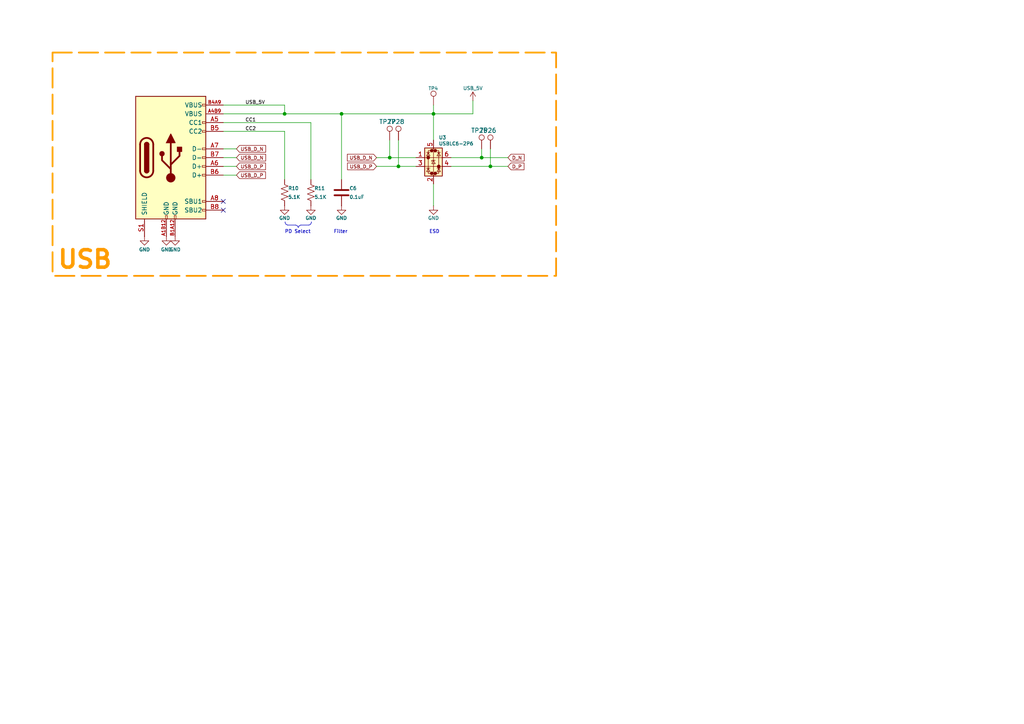
<source format=kicad_sch>
(kicad_sch (version 20250114) (generator "eeschema") (generator_version "9.0")
  (paper "A4")
  (lib_symbols
    (symbol "CRGM Connector:USB_C_USB2.0_16P" (pin_names (offset 1.016))
      (property "Reference" "J" (at 0 22.225 0))
      (property "Value" "USB_C_USB2.0_16P" (at 0 19.685 0))
      (symbol "USB_C_USB2.0_16P_0_0"
        (rectangle (start -1.524 -16.764) (end -1.016 -17.78))
        (rectangle (start 1.016 -16.764) (end 1.524 -17.78))
        (rectangle (start 10.16 15.494) (end 9.144 14.986))
        (rectangle (start 10.16 10.414) (end 9.144 9.906))
        (rectangle (start 10.16 7.874) (end 9.144 7.366))
        (rectangle (start 10.16 2.794) (end 9.144 2.286))
        (rectangle (start 10.16 0.254) (end 9.144 -0.254))
        (rectangle (start 10.16 -2.286) (end 9.144 -2.794))
        (rectangle (start 10.16 -4.826) (end 9.144 -5.334))
        (rectangle (start 10.16 -12.446) (end 9.144 -12.954))
        (rectangle (start 10.16 -14.986) (end 9.144 -15.494))
      )
      (symbol "USB_C_USB2.0_16P_0_1"
        (rectangle (start -10.16 17.78) (end 10.16 -17.78) (stroke (width 0.254)) (fill (type background)))
        (polyline (pts (xy -8.89 -3.81) (xy -8.89 3.81)) (stroke (width 0.508)))
        (rectangle (start -7.62 -3.81) (end -6.35 3.81) (stroke (width 0.254)) (fill (type outline)))
        (arc (start -7.62 3.81) (mid -6.985 4.4423) (end -6.35 3.81) (stroke (width 0.254)))
        (arc (start -7.62 3.81) (mid -6.985 4.4423) (end -6.35 3.81) (stroke (width 0.254)) (fill (type outline)))
        (arc (start -8.89 3.81) (mid -6.985 5.7067) (end -5.08 3.81) (stroke (width 0.508)))
        (arc (start -5.08 -3.81) (mid -6.985 -5.7067) (end -8.89 -3.81) (stroke (width 0.508)))
        (arc (start -6.35 -3.81) (mid -6.985 -4.4423) (end -7.62 -3.81) (stroke (width 0.254)))
        (arc (start -6.35 -3.81) (mid -6.985 -4.4423) (end -7.62 -3.81) (stroke (width 0.254)) (fill (type outline)))
        (polyline (pts (xy -5.08 3.81) (xy -5.08 -3.81)) (stroke (width 0.508)))
        (circle (center -2.54 1.143) (radius 0.635) (stroke (width 0.254)) (fill (type outline)))
        (polyline (pts (xy -1.27 4.318) (xy 0 6.858) (xy 1.27 4.318) (xy -1.27 4.318)) (stroke (width 0.254)) (fill (type outline)))
        (polyline (pts (xy 0 -2.032) (xy 2.54 0.508) (xy 2.54 1.778)) (stroke (width 0.508)))
        (polyline (pts (xy 0 -3.302) (xy -2.54 -0.762) (xy -2.54 0.508)) (stroke (width 0.508)))
        (polyline (pts (xy 0 -5.842) (xy 0 4.318)) (stroke (width 0.508)))
        (circle (center 0 -5.842) (radius 1.27) (fill (type outline)))
        (rectangle (start 1.905 1.778) (end 3.175 3.048) (stroke (width 0.254)) (fill (type outline)))
      )
      (symbol "USB_C_USB2.0_16P_1_1"
        (pin passive line (at -7.62 -22.86 90) (length 5.08) (name "SHIELD") (number "S1"))
        (pin passive line (at -1.27 -22.86 90) (length 5.08) (name "GND") (number "A1B12"))
        (pin passive line (at 1.27 -22.86 90) (length 5.08) (name "GND") (number "B1A12"))
        (pin power_out line (at 15.24 15.24 180) (length 5.08) (name "VBUS") (number "B4A9"))
        (pin passive line (at 15.24 12.7 180) (length 5.08) (name "VBUS") (number "A4B9"))
        (pin bidirectional line (at 15.24 10.16 180) (length 5.08) (name "CC1") (number "A5"))
        (pin bidirectional line (at 15.24 7.62 180) (length 5.08) (name "CC2") (number "B5"))
        (pin bidirectional line (at 15.24 2.54 180) (length 5.08) (name "D-") (number "A7"))
        (pin bidirectional line (at 15.24 0 180) (length 5.08) (name "D-") (number "B7"))
        (pin bidirectional line (at 15.24 -2.54 180) (length 5.08) (name "D+") (number "A6"))
        (pin bidirectional line (at 15.24 -5.08 180) (length 5.08) (name "D+") (number "B6"))
        (pin bidirectional line (at 15.24 -12.7 180) (length 5.08) (name "SBU1") (number "A8"))
        (pin bidirectional line (at 15.24 -15.24 180) (length 5.08) (name "SBU2") (number "B8"))
      )
    )
    (symbol "Connector:TestPoint" (pin_numbers (hide yes)) (pin_names (offset 0.762) (hide yes))
      (property "Reference" "TP" (at 0 6.858 0))
      (property "Value" "TestPoint" (at 0 5.08 0))
      (symbol "TestPoint_0_1"
        (circle (center 0 3.302) (radius 0.762))
      )
      (symbol "TestPoint_1_1"
        (pin passive line (at 0 0 90) (length 2.54) (name "1") (number "1"))
      )
    )
    (symbol "Device:C" (pin_numbers (hide yes)) (pin_names (offset 0.254))
      (property "Reference" "C" (at 0.635 2.54 0))
      (property "Value" "C" (at 0.635 -2.54 0))
      (symbol "C_0_1"
        (polyline (pts (xy -2.032 0.762) (xy 2.032 0.762)) (stroke (width 0.508)))
        (polyline (pts (xy -2.032 -0.762) (xy 2.032 -0.762)) (stroke (width 0.508)))
      )
      (symbol "C_1_1"
        (pin passive line (at 0 3.81 270) (length 2.794) (name "~") (number "1"))
        (pin passive line (at 0 -3.81 90) (length 2.794) (name "~") (number "2"))
      )
    )
    (symbol "Device:R_US" (pin_numbers (hide yes)) (pin_names (offset 0))
      (property "Reference" "R" (at 2.54 0 90))
      (property "Value" "R_US" (at -2.54 0 90))
      (symbol "R_US_0_1"
        (polyline (pts (xy 0 2.286) (xy 0 2.54)))
        (polyline (pts (xy 0 2.286) (xy 1.016 1.905) (xy 0 1.524) (xy -1.016 1.143) (xy 0 0.762)))
        (polyline (pts (xy 0 0.762) (xy 1.016 0.381) (xy 0 0) (xy -1.016 -0.381) (xy 0 -0.762)))
        (polyline (pts (xy 0 -0.762) (xy 1.016 -1.143) (xy 0 -1.524) (xy -1.016 -1.905) (xy 0 -2.286)))
        (polyline (pts (xy 0 -2.286) (xy 0 -2.54)))
      )
      (symbol "R_US_1_1"
        (pin passive line (at 0 3.81 270) (length 1.27) (name "~") (number "1"))
        (pin passive line (at 0 -3.81 90) (length 1.27) (name "~") (number "2"))
      )
    )
    (symbol "Power_Protection:USBLC6-2P6" (pin_names (hide yes))
      (property "Reference" "U" (at 0.635 5.715 0))
      (property "Value" "USBLC6-2P6" (at 0.635 3.81 0))
      (symbol "USBLC6-2P6_0_0"
        (circle (center -1.524 0) (radius 0.0001) (stroke (width 0.508)))
        (circle (center -0.508 2.032) (radius 0.0001) (stroke (width 0.508)))
        (circle (center -0.508 -4.572) (radius 0.0001) (stroke (width 0.508)))
        (circle (center 0.508 2.032) (radius 0.0001) (stroke (width 0.508)))
        (circle (center 0.508 -4.572) (radius 0.0001) (stroke (width 0.508)))
        (circle (center 1.524 -2.54) (radius 0.0001) (stroke (width 0.508)))
      )
      (symbol "USBLC6-2P6_0_1"
        (polyline (pts (xy -2.54 0) (xy 2.54 0)))
        (polyline (pts (xy -2.54 -2.54) (xy 2.54 -2.54)))
        (polyline (pts (xy -2.032 0.508) (xy -1.016 0.508) (xy -1.524 1.524) (xy -2.032 0.508)))
        (polyline (pts (xy -2.032 -3.048) (xy -1.016 -3.048)))
        (polyline (pts (xy -1.016 1.524) (xy -2.032 1.524)))
        (polyline (pts (xy -1.016 -4.064) (xy -2.032 -4.064) (xy -1.524 -3.048) (xy -1.016 -4.064)))
        (polyline (pts (xy -0.508 -1.143) (xy -0.508 -0.762) (xy 0.508 -0.762)))
        (polyline (pts (xy 0 2.54) (xy -0.508 2.032) (xy 0.508 2.032) (xy 0 1.524) (xy 0 -4.064) (xy -0.508 -4.572) (xy 0.508 -4.572) (xy 0 -5.08)))
        (polyline (pts (xy 0.508 -1.778) (xy -0.508 -1.778) (xy 0 -0.762) (xy 0.508 -1.778)))
        (polyline (pts (xy 1.016 1.524) (xy 2.032 1.524)))
        (polyline (pts (xy 1.016 -3.048) (xy 2.032 -3.048)))
        (polyline (pts (xy 2.032 0.508) (xy 1.016 0.508) (xy 1.524 1.524) (xy 2.032 0.508)))
        (polyline (pts (xy 2.032 -4.064) (xy 1.016 -4.064) (xy 1.524 -3.048) (xy 2.032 -4.064)))
      )
      (symbol "USBLC6-2P6_1_1"
        (rectangle (start -2.54 2.794) (end 2.54 -5.334) (stroke (width 0.254)) (fill (type background)))
        (polyline (pts (xy -0.508 2.032) (xy -1.524 2.032) (xy -1.524 -4.572) (xy -0.508 -4.572)))
        (polyline (pts (xy 0.508 -4.572) (xy 1.524 -4.572) (xy 1.524 2.032) (xy 0.508 2.032)))
        (pin passive line (at -5.08 0 0) (length 2.54) (name "I/O1") (number "1"))
        (pin passive line (at -5.08 -2.54 0) (length 2.54) (name "I/O2") (number "3"))
        (pin passive line (at 0 5.08 270) (length 2.54) (name "VBUS") (number "5"))
        (pin passive line (at 0 -7.62 90) (length 2.54) (name "GND") (number "2"))
        (pin passive line (at 5.08 0 180) (length 2.54) (name "I/O1") (number "6"))
        (pin passive line (at 5.08 -2.54 180) (length 2.54) (name "I/O2") (number "4"))
      )
    )
    (symbol "power:+5V" (power) (pin_numbers (hide yes)) (pin_names (offset 0) (hide yes))
      (property "Value" "+5V" (at 0 3.556 0))
      (symbol "+5V_0_1"
        (polyline (pts (xy -0.762 1.27) (xy 0 2.54)))
        (polyline (pts (xy 0 2.54) (xy 0.762 1.27)))
        (polyline (pts (xy 0 0) (xy 0 2.54)))
      )
      (symbol "+5V_1_1"
        (pin power_in line (at 0 0 90) (length 0) (name "~") (number "1"))
      )
    )
    (symbol "power:GND" (power) (pin_numbers (hide yes)) (pin_names (offset 0) (hide yes))
      (property "Value" "GND" (at 0 -3.81 0))
      (symbol "GND_0_1"
        (polyline (pts (xy 0 0) (xy 0 -1.27) (xy 1.27 -1.27) (xy 0 -2.54) (xy -1.27 -1.27) (xy 0 -1.27)))
      )
      (symbol "GND_1_1"
        (pin power_in line (at 0 0 270) (length 0) (name "~") (number "1"))
      )
    )
  )
  (rectangle (start 15.24 15.24) (end 161.29 80.01) (stroke (width 0.508) (type dash) (color 255 153 0 1)))
  (text "USB" (exclude_from_sim yes) (at 24.638 75.438 0) (effects (font (size 5.08 5.08) (thickness 1.016) (bold yes))))
  (text "Filter" (at 98.806 67.31 0) (effects (font (size 1 1))))
  (text "PD Select" (at 86.36 67.31 0) (effects (font (size 1 1))))
  (text "ESD" (at 125.984 67.31 0) (effects (font (size 1 1))))
  (text "{" (at 86.106 65.532 90) (effects (font (size 5 5))))
  (junction (at 142.24 48.26))
  (junction (at 113.03 45.72))
  (junction (at 82.55 33.02))
  (junction (at 99.06 33.02))
  (junction (at 125.73 33.02))
  (junction (at 115.57 48.26))
  (junction (at 139.7 45.72))
  (no_connect (at 64.77 60.96))
  (no_connect (at 64.77 58.42))
  (wire (pts (xy 64.77 43.18) (xy 68.58 43.18)))
  (wire (pts (xy 64.77 48.26) (xy 68.58 48.26)))
  (wire (pts (xy 139.7 43.18) (xy 139.7 45.72)))
  (wire (pts (xy 125.73 33.02) (xy 137.16 33.02)))
  (wire (pts (xy 125.73 59.69) (xy 125.73 53.34)))
  (wire (pts (xy 113.03 45.72) (xy 120.65 45.72)))
  (wire (pts (xy 82.55 38.1) (xy 82.55 52.07)))
  (wire (pts (xy 82.55 30.48) (xy 82.55 33.02)))
  (wire (pts (xy 64.77 45.72) (xy 68.58 45.72)))
  (wire (pts (xy 130.81 48.26) (xy 142.24 48.26)))
  (wire (pts (xy 113.03 40.64) (xy 113.03 45.72)))
  (wire (pts (xy 90.17 35.56) (xy 90.17 52.07)))
  (wire (pts (xy 137.16 29.21) (xy 137.16 33.02)))
  (wire (pts (xy 64.77 50.8) (xy 68.58 50.8)))
  (wire (pts (xy 142.24 43.18) (xy 142.24 48.26)))
  (wire (pts (xy 64.77 35.56) (xy 90.17 35.56)))
  (wire (pts (xy 115.57 48.26) (xy 120.65 48.26)))
  (wire (pts (xy 130.81 45.72) (xy 139.7 45.72)))
  (wire (pts (xy 64.77 33.02) (xy 82.55 33.02)))
  (wire (pts (xy 82.55 33.02) (xy 99.06 33.02)))
  (wire (pts (xy 125.73 33.02) (xy 125.73 40.64)))
  (wire (pts (xy 99.06 33.02) (xy 125.73 33.02)))
  (wire (pts (xy 139.7 45.72) (xy 147.32 45.72)))
  (wire (pts (xy 109.22 48.26) (xy 115.57 48.26)))
  (wire (pts (xy 115.57 40.64) (xy 115.57 48.26)))
  (wire (pts (xy 99.06 52.07) (xy 99.06 33.02)))
  (wire (pts (xy 142.24 48.26) (xy 147.32 48.26)))
  (wire (pts (xy 109.22 45.72) (xy 113.03 45.72)))
  (wire (pts (xy 125.73 30.48) (xy 125.73 33.02)))
  (wire (pts (xy 64.77 38.1) (xy 82.55 38.1)))
  (wire (pts (xy 64.77 30.48) (xy 82.55 30.48)))
  (label "CC2" (at 71.12 38.1 0) (effects (font (size 1 1))))
  (label "USB_5V" (at 71.12 30.48 0) (effects (font (size 1 1))))
  (label "CC1" (at 71.12 35.56 0) (effects (font (size 1 1))))
  (global_label "USB_D_P" (shape input) (at 109.22 48.26 180) (effects (font (size 1 1))) (property "Intersheetrefs" "${INTERSHEET_REFS}" (at 97.9496 48.26 0) (effects (justify right))))
  (global_label "USB_D_N" (shape input) (at 68.58 43.18 0) (effects (font (size 1 1))) (property "Intersheetrefs" "${INTERSHEET_REFS}" (at 79.9109 43.18 0) (effects (justify left))))
  (global_label "D_N" (shape input) (at 147.32 45.72 0) (effects (font (size 1 1))) (property "Intersheetrefs" "${INTERSHEET_REFS}" (at 153.8733 45.72 0) (effects (justify left))))
  (global_label "USB_D_N" (shape input) (at 68.58 45.72 0) (effects (font (size 1 1))) (property "Intersheetrefs" "${INTERSHEET_REFS}" (at 79.9109 45.72 0) (effects (justify left))))
  (global_label "USB_D_P" (shape input) (at 68.58 50.8 0) (effects (font (size 1 1))) (property "Intersheetrefs" "${INTERSHEET_REFS}" (at 79.8504 50.8 0) (effects (justify left))))
  (global_label "D_P" (shape input) (at 147.32 48.26 0) (effects (font (size 1 1))) (property "Intersheetrefs" "${INTERSHEET_REFS}" (at 153.8128 48.26 0) (effects (justify left))))
  (global_label "USB_D_N" (shape input) (at 109.22 45.72 180) (effects (font (size 1 1))) (property "Intersheetrefs" "${INTERSHEET_REFS}" (at 97.8891 45.72 0) (effects (justify right))))
  (global_label "USB_D_P" (shape input) (at 68.58 48.26 0) (effects (font (size 1 1))) (property "Intersheetrefs" "${INTERSHEET_REFS}" (at 79.8504 48.26 0) (effects (justify left))))
  (symbol (lib_id "Connector:TestPoint") (at 115.57 40.64 0) (unit 1) (in_bom no)
    (property "Reference" "TP28" (at 117.348 35.306 0) (effects (justify right)))
    (property "Value" "TP" (effects (hide yes)))
    (property "Footprint" "CRGM Mechanical:TestPoint_Pad_D1.0mm" (effects (hide yes)))
    (property "Description" "Test Point" (effects (hide yes)))
  )
  (symbol (lib_id "Connector:TestPoint") (at 113.03 40.64 0) (unit 1) (in_bom no)
    (property "Reference" "TP27" (at 114.808 35.306 0) (effects (justify right)))
    (property "Value" "TP" (effects (hide yes)))
    (property "Footprint" "CRGM Mechanical:TestPoint_Pad_D1.0mm" (effects (hide yes)))
    (property "Description" "Test Point" (effects (hide yes)))
  )
  (symbol (lib_id "power:GND") (at 90.17 59.69 0) (unit 1)
    (property "Reference" "#PWR086" (effects (hide yes)))
    (property "Value" "GND" (at 90.17 63.246 0) (effects (font (size 1 1))))
    (property "Description" "Power symbol creates a global label with name \"GND\" , ground" (effects (hide yes)))
  )
  (symbol (lib_id "Connector:TestPoint") (at 139.7 43.18 0) (unit 1) (in_bom no)
    (property "Reference" "TP25" (at 141.478 37.846 0) (effects (justify right)))
    (property "Value" "TP" (effects (hide yes)))
    (property "Footprint" "CRGM Mechanical:TestPoint_Pad_D1.0mm" (effects (hide yes)))
    (property "Description" "Test Point" (effects (hide yes)))
  )
  (symbol (lib_id "CRGM Connector:USB_C_USB2.0_16P") (at 49.53 45.72 0) (unit 1)
    (property "Reference" "J2" (effects (hide yes)))
    (property "Value" "USB_C_USB2.0_16P" (effects (hide yes)))
    (property "Footprint" "CRGM Connector:GCT_USB4105-GF-A" (effects (hide yes)))
    (property "Datasheet" "https://www.usb.org/sites/default/files/documents/usb_type-c.zip" (effects (hide yes)))
    (property "Description" "USB 2.0-only 16P Type-C Receptacle connector" (effects (hide yes)))
    (property "MN" "GTC" (effects (hide yes)))
    (property "MPN" "USB4105-GF-A-060" (effects (hide yes)))
    (property "Mouser" "640-USB4105-GF-A-060" (effects (hide yes)))
    (property "Digikey" "2073-USB4105-GF-A-060TR-ND" (effects (hide yes)))
    (property "LCSC" "C165948" (effects (hide yes)))
  )
  (symbol (lib_id "Device:C") (at 99.06 55.88 0) (unit 1)
    (property "Reference" "C6" (at 101.346 54.61 0) (effects (font (size 1 1)) (justify left)))
    (property "Value" "0.1uF" (at 101.346 57.15 0) (effects (font (size 1 1)) (justify left)))
    (property "Footprint" "Capacitor_SMD:C_0603_1608Metric" (effects (hide yes)))
    (property "Description" "CAP CER 100nF 16V X5R 0603" (effects (hide yes)))
    (property "LCSC" "C66501" (effects (hide yes)))
    (property "MN" "Samsung" (effects (hide yes)))
    (property "MPN" "CL10B104KO8NNNC" (effects (hide yes)))
    (property "Digikey" "1276-1005-2-ND" (effects (hide yes)))
    (property "Mouser" "187-CL10B104KO8NNNC" (effects (hide yes)))
  )
  (symbol (lib_id "power:GND") (at 125.73 59.69 0) (unit 1)
    (property "Reference" "#PWR022" (effects (hide yes)))
    (property "Value" "GND" (at 125.73 63.246 0) (effects (font (size 1 1))))
    (property "Description" "Power symbol creates a global label with name \"GND\" , ground" (effects (hide yes)))
  )
  (symbol (lib_id "power:GND") (at 48.26 68.58 0) (unit 1)
    (property "Reference" "#PWR088" (effects (hide yes)))
    (property "Value" "GND" (at 48.26 72.39 0) (effects (font (size 1 1))))
    (property "Description" "Power symbol creates a global label with name \"GND\" , ground" (effects (hide yes)))
  )
  (symbol (lib_id "power:+5V") (at 137.16 29.21 0) (unit 1)
    (property "Reference" "#PWR081" (effects (hide yes)))
    (property "Value" "USB_5V" (at 137.16 26.162 0) (effects (font (size 1 1)) (justify bottom)))
    (property "Description" "Power symbol creates a global label with name \"+5V\"" (effects (hide yes)))
  )
  (symbol (lib_id "Device:R_US") (at 90.17 55.88 0) (unit 1)
    (property "Reference" "R11" (at 91.186 54.61 0) (effects (font (size 1 1)) (justify left)))
    (property "Value" "5.1K" (at 91.186 57.15 0) (effects (font (size 1 1)) (justify left)))
    (property "Footprint" "Resistor_SMD:R_0603_1608Metric" (effects (hide yes)))
    (property "Description" "Thick Film Resistors - SMD 1/10Watt 5.1Kohms 5%" (effects (hide yes)))
    (property "MN" "FOJAN" (effects (hide yes)))
    (property "MPN" "FRC0603J512 TS" (effects (hide yes)))
    (property "Mouser" "652-CR0603JW-512ELF" (effects (hide yes)))
    (property "Digikey" "118-CR0603-JW-512ELFTR-ND" (effects (hide yes)))
    (property "LCSC" "C2907114" (effects (hide yes)))
  )
  (symbol (lib_id "power:GND") (at 99.06 59.69 0) (unit 1)
    (property "Reference" "#PWR019" (effects (hide yes)))
    (property "Value" "GND" (at 99.06 63.246 0) (effects (font (size 1 1))))
    (property "Description" "Power symbol creates a global label with name \"GND\" , ground" (effects (hide yes)))
  )
  (symbol (lib_id "power:GND") (at 50.8 68.58 0) (unit 1)
    (property "Reference" "#PWR084" (effects (hide yes)))
    (property "Value" "GND" (at 50.8 72.39 0) (effects (font (size 1 1))))
    (property "Description" "Power symbol creates a global label with name \"GND\" , ground" (effects (hide yes)))
  )
  (symbol (lib_id "Power_Protection:USBLC6-2P6") (at 125.73 45.72 0) (unit 1)
    (property "Reference" "U3" (at 127.254 39.878 0) (effects (font (size 1 1)) (justify left)))
    (property "Value" "USBLC6-2P6" (at 127.254 41.656 0) (effects (font (size 1 1)) (justify left)))
    (property "Footprint" "Package_TO_SOT_SMD:SOT-666" (effects (hide yes)))
    (property "Datasheet" "https://www.st.com/resource/en/datasheet/usblc6-2.pdf" (effects (hide yes)))
    (property "Description" "TVS DIODE ARRAY Vrwm=5v Vcl=14v Ippm=5.5A SOT-666-6" (effects (hide yes)))
    (property "LCSC" "C2827693" (effects (hide yes)))
    (property "MN" "TECH PUBLIC" (effects (hide yes)))
    (property "MPN" "USBLC6-2P6" (effects (hide yes)))
    (property "Digikey" "497-5026-2-ND" (effects (hide yes)))
    (property "Mouser" "511-USBLC6-2P6" (effects (hide yes)))
  )
  (symbol (lib_id "Connector:TestPoint") (at 125.73 30.48 0) (unit 1) (in_bom no)
    (property "Reference" "TP4" (at 124.206 25.654 0) (effects (font (size 1 1)) (justify left)))
    (property "Value" "TP" (effects (hide yes)))
    (property "Footprint" "CRGM Mechanical:TestPoint_Pad_D1.0mm" (effects (hide yes)))
    (property "Description" "Test Point" (effects (hide yes)))
  )
  (symbol (lib_id "Connector:TestPoint") (at 142.24 43.18 0) (unit 1) (in_bom no)
    (property "Reference" "TP26" (at 144.018 37.846 0) (effects (justify right)))
    (property "Value" "TP" (effects (hide yes)))
    (property "Footprint" "CRGM Mechanical:TestPoint_Pad_D1.0mm" (effects (hide yes)))
    (property "Description" "Test Point" (effects (hide yes)))
  )
  (symbol (lib_id "power:GND") (at 82.55 59.69 0) (unit 1)
    (property "Reference" "#PWR085" (effects (hide yes)))
    (property "Value" "GND" (at 82.55 63.246 0) (effects (font (size 1 1))))
    (property "Description" "Power symbol creates a global label with name \"GND\" , ground" (effects (hide yes)))
  )
  (symbol (lib_id "power:GND") (at 41.91 68.58 0) (unit 1)
    (property "Reference" "#PWR083" (effects (hide yes)))
    (property "Value" "GND" (at 41.91 72.39 0) (effects (font (size 1 1))))
    (property "Description" "Power symbol creates a global label with name \"GND\" , ground" (effects (hide yes)))
  )
  (symbol (lib_id "Device:R_US") (at 82.55 55.88 0) (unit 1)
    (property "Reference" "R10" (at 83.566 54.61 0) (effects (font (size 1 1)) (justify left)))
    (property "Value" "5.1K" (at 83.566 57.15 0) (effects (font (size 1 1)) (justify left)))
    (property "Footprint" "Resistor_SMD:R_0603_1608Metric" (effects (hide yes)))
    (property "Description" "Thick Film Resistors - SMD 1/10Watt 5.1Kohms 5%" (effects (hide yes)))
    (property "MN" "FOJAN" (effects (hide yes)))
    (property "MPN" "FRC0603J512 TS" (effects (hide yes)))
    (property "Mouser" "652-CR0603JW-512ELF" (effects (hide yes)))
    (property "Digikey" "118-CR0603-JW-512ELFTR-ND" (effects (hide yes)))
    (property "LCSC" "C2907114" (effects (hide yes)))
  )
)
</source>
